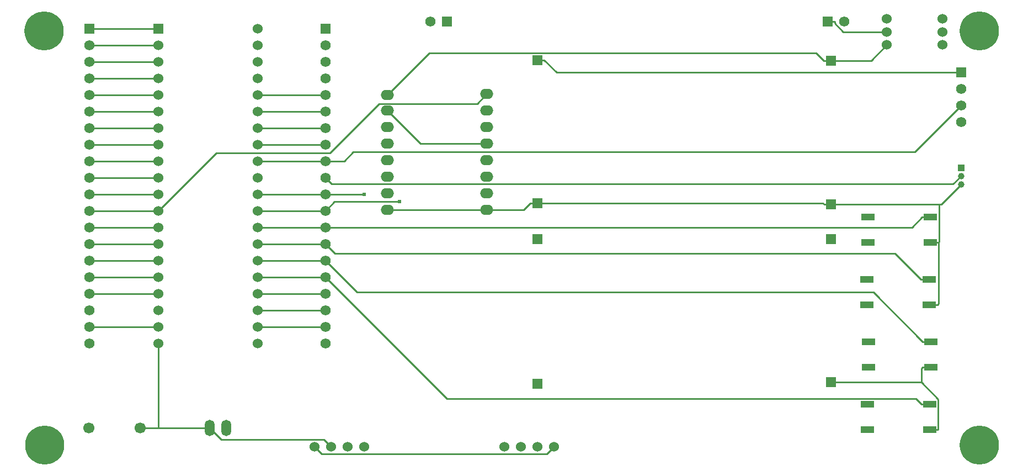
<source format=gtl>
G04 Layer: TopLayer*
G04 EasyEDA v6.5.28, 2023-05-24 19:42:16*
G04 Gerber Generator version 0.2*
G04 Scale: 100 percent, Rotated: No, Reflected: No *
G04 Dimensions in millimeters *
G04 leading zeros omitted , absolute positions ,4 integer and 5 decimal *
%FSLAX45Y45*%
%MOMM*%

%ADD10C,0.2540*%
%ADD11R,2.0000X1.0000*%
%ADD12C,6.0000*%
%ADD13C,1.4000*%
%ADD14C,1.7000*%
%ADD15C,1.5748*%
%ADD16R,1.5748X1.5748*%
%ADD17O,1.499997X2.4999949999999997*%
%ADD18C,1.5240*%
%ADD19R,1.5240X1.5240*%
%ADD20O,1.9999959999999999X1.5400019999999999*%
%ADD21R,1.0000X1.0000*%
%ADD22C,1.0000*%
%ADD23C,0.6096*%
%ADD24C,0.0123*%

%LPD*%
D10*
X2209800Y266697D02*
G01*
X1937004Y266697D01*
X2997200Y266697D02*
G01*
X2209800Y266697D01*
X2209800Y266697D02*
G01*
X2209800Y1562097D01*
X4864100Y-25402D02*
G01*
X4753356Y85341D01*
X3178556Y85341D01*
X2997200Y266697D01*
X5727700Y5130797D02*
G01*
X6235700Y4622797D01*
X7251700Y4622797D01*
X12534900Y3695697D02*
G01*
X12428194Y3695697D01*
X8026400Y3708397D02*
G01*
X12415494Y3708397D01*
X12428194Y3695697D01*
X7973059Y3708397D02*
G01*
X8026400Y3708397D01*
X7973059Y3708397D02*
G01*
X7919694Y3708397D01*
X14196390Y3695697D02*
G01*
X14196390Y3114875D01*
X14188490Y3106976D01*
X14196390Y3695697D02*
G01*
X14224508Y3695697D01*
X14529308Y4000497D01*
X12534900Y3695697D02*
G01*
X14196390Y3695697D01*
X8280400Y-25402D02*
G01*
X8170468Y-135333D01*
X4720031Y-135333D01*
X4610100Y-25402D01*
X13921816Y965197D02*
G01*
X14180159Y706854D01*
X14180159Y236903D01*
X14180032Y236776D01*
X12534900Y965197D02*
G01*
X13921816Y965197D01*
X13941043Y1193518D02*
G01*
X13921816Y1174290D01*
X13921816Y965197D01*
X14052067Y236776D02*
G01*
X14180032Y236776D01*
X14069009Y1193518D02*
G01*
X13941043Y1193518D01*
X14060525Y3106976D02*
G01*
X14188490Y3106976D01*
X14043609Y2150259D02*
G01*
X14171574Y2150259D01*
X14171574Y2150259D02*
G01*
X14188490Y2167176D01*
X14188490Y3106976D01*
X2209800Y1816097D02*
G01*
X1155700Y1816097D01*
X7251700Y3606797D02*
G01*
X7818094Y3606797D01*
X7919694Y3708397D01*
X5727700Y3606797D02*
G01*
X7251700Y3606797D01*
X3733800Y4610097D02*
G01*
X4775200Y4610097D01*
X12484100Y6494777D02*
G01*
X12590805Y6494777D01*
X13392607Y6337297D02*
G01*
X12721615Y6337297D01*
X12590805Y6468107D01*
X12590805Y6494777D01*
X12534900Y5892797D02*
G01*
X12428194Y5892797D01*
X5727700Y5372097D02*
G01*
X6367932Y6012329D01*
X12308662Y6012329D01*
X12428194Y5892797D01*
X13392607Y6137297D02*
G01*
X13148106Y5892797D01*
X12534900Y5892797D01*
X8026400Y5905497D02*
G01*
X8133105Y5905497D01*
X14528800Y5714997D02*
G01*
X8323605Y5714997D01*
X8133105Y5905497D01*
X3733800Y5372097D02*
G01*
X4775200Y5372097D01*
X3733800Y5118097D02*
G01*
X4775200Y5118097D01*
X5367654Y3846421D02*
G01*
X4776876Y3846421D01*
X4775200Y3848097D01*
X3733800Y3848097D02*
G01*
X4775200Y3848097D01*
X4775200Y3594097D02*
G01*
X4916093Y3734991D01*
X5917234Y3734991D01*
X3733800Y3594097D02*
G01*
X4775200Y3594097D01*
X2209800Y3594097D02*
G01*
X1155700Y3594097D01*
X7251700Y5384797D02*
G01*
X7103313Y5236410D01*
X5601766Y5236410D01*
X4848453Y4483097D01*
X3098800Y4483097D01*
X2209800Y3594097D01*
X2209800Y2578097D02*
G01*
X1155700Y2578097D01*
X2209800Y2324097D02*
G01*
X1155700Y2324097D01*
X3733800Y4864097D02*
G01*
X4775200Y4864097D01*
X14528800Y5206997D02*
G01*
X13819073Y4497270D01*
X5206187Y4497270D01*
X5065013Y4356097D01*
X4775200Y4356097D01*
X3733800Y4356097D02*
G01*
X4775200Y4356097D01*
X14060525Y3496993D02*
G01*
X13932560Y3496993D01*
X13932560Y3496993D02*
G01*
X13775664Y3340097D01*
X4775200Y3340097D01*
X3733800Y3340097D02*
G01*
X4775200Y3340097D01*
X14043609Y2540276D02*
G01*
X13915643Y2540276D01*
X13915643Y2540276D02*
G01*
X13516991Y2938929D01*
X4922367Y2938929D01*
X4775200Y3086097D01*
X3733800Y3086097D02*
G01*
X4775200Y3086097D01*
X14069009Y1583535D02*
G01*
X13941043Y1583535D01*
X13941043Y1583535D02*
G01*
X13181888Y2342690D01*
X5264607Y2342690D01*
X4775200Y2832097D01*
X3733800Y2832097D02*
G01*
X4775200Y2832097D01*
X14052067Y626793D02*
G01*
X13924102Y626793D01*
X13924102Y626793D02*
G01*
X13835735Y715159D01*
X6638137Y715159D01*
X4775200Y2578097D01*
X3733800Y2578097D02*
G01*
X4775200Y2578097D01*
X3733800Y2324097D02*
G01*
X4775200Y2324097D01*
X3733800Y2070097D02*
G01*
X4775200Y2070097D01*
X3733800Y1816097D02*
G01*
X4775200Y1816097D01*
X2209800Y6388097D02*
G01*
X1155700Y6388097D01*
X2209800Y6134097D02*
G01*
X1155700Y6134097D01*
X2209800Y5880097D02*
G01*
X1155700Y5880097D01*
X2209800Y5626097D02*
G01*
X1155700Y5626097D01*
X2209800Y5372097D02*
G01*
X1155700Y5372097D01*
X2209800Y5118097D02*
G01*
X1155700Y5118097D01*
X2209800Y4864097D02*
G01*
X1155700Y4864097D01*
X2209800Y4610097D02*
G01*
X1155700Y4610097D01*
X2209800Y4356097D02*
G01*
X1155700Y4356097D01*
X2209800Y4102097D02*
G01*
X1155700Y4102097D01*
X2209800Y3848097D02*
G01*
X1155700Y3848097D01*
X2209800Y3340097D02*
G01*
X1155700Y3340097D01*
X2209800Y3086097D02*
G01*
X1155700Y3086097D01*
X2209800Y2832097D02*
G01*
X1155700Y2832097D01*
X14529308Y4127497D02*
G01*
X14403908Y4002097D01*
X4875199Y4002097D01*
X4775200Y4102097D01*
D11*
G01*
X13092074Y626795D03*
G01*
X14052067Y626795D03*
G01*
X13092074Y236778D03*
G01*
X14052067Y236778D03*
G01*
X13108990Y1583537D03*
G01*
X14069009Y1583537D03*
G01*
X13108990Y1193520D03*
G01*
X14069009Y1193520D03*
G01*
X13083590Y2540279D03*
G01*
X14043609Y2540279D03*
G01*
X13083590Y2150262D03*
G01*
X14043609Y2150262D03*
G01*
X13100532Y3496995D03*
G01*
X14060525Y3496995D03*
G01*
X13100532Y3106978D03*
G01*
X14060525Y3106978D03*
D12*
G01*
X457200Y6350000D03*
D13*
G01*
X457200Y6579996D03*
G01*
X457200Y6120003D03*
G01*
X227203Y6350000D03*
G01*
X687196Y6350000D03*
G01*
X619912Y6512687D03*
G01*
X294512Y6187287D03*
G01*
X619912Y6187287D03*
G01*
X294512Y6512687D03*
D12*
G01*
X469900Y0D03*
D13*
G01*
X469900Y229996D03*
G01*
X469900Y-229996D03*
G01*
X239903Y0D03*
G01*
X699896Y0D03*
G01*
X632612Y162687D03*
G01*
X307212Y-162712D03*
G01*
X632612Y-162712D03*
G01*
X307212Y162687D03*
D12*
G01*
X14808200Y6350000D03*
D13*
G01*
X14808200Y6579996D03*
G01*
X14808200Y6120003D03*
G01*
X14578202Y6350000D03*
G01*
X15038197Y6350000D03*
G01*
X14970912Y6512687D03*
G01*
X14645513Y6187287D03*
G01*
X14970912Y6187287D03*
G01*
X14645513Y6512687D03*
D12*
G01*
X14808200Y0D03*
D13*
G01*
X14808200Y229996D03*
G01*
X14808200Y-229996D03*
G01*
X14578202Y0D03*
G01*
X15038197Y0D03*
G01*
X14970912Y162687D03*
G01*
X14645513Y-162712D03*
G01*
X14970912Y-162712D03*
G01*
X14645513Y162687D03*
D14*
G01*
X1147038Y266700D03*
G01*
X1937004Y266700D03*
D15*
G01*
X1155700Y1562100D03*
G01*
X1155700Y1816100D03*
G01*
X1155700Y2070100D03*
G01*
X1155700Y2324100D03*
G01*
X1155700Y2578100D03*
G01*
X1155700Y2832100D03*
G01*
X1155700Y3086100D03*
G01*
X1155700Y3340100D03*
G01*
X1155700Y3594100D03*
G01*
X1155700Y3848100D03*
G01*
X1155700Y4102100D03*
G01*
X1155700Y4356100D03*
G01*
X1155700Y4610100D03*
G01*
X1155700Y4864100D03*
G01*
X1155700Y5118100D03*
G01*
X1155700Y5372100D03*
G01*
X1155700Y5626100D03*
G01*
X1155700Y5880100D03*
G01*
X1155700Y6134100D03*
D16*
G01*
X1155700Y6388100D03*
D15*
G01*
X4775200Y1562100D03*
G01*
X4775200Y1816100D03*
G01*
X4775200Y2070100D03*
G01*
X4775200Y2324100D03*
G01*
X4775200Y2578100D03*
G01*
X4775200Y2832100D03*
G01*
X4775200Y3086100D03*
G01*
X4775200Y3340100D03*
G01*
X4775200Y3594100D03*
G01*
X4775200Y3848100D03*
G01*
X4775200Y4102100D03*
G01*
X4775200Y4356100D03*
G01*
X4775200Y4610100D03*
G01*
X4775200Y4864100D03*
G01*
X4775200Y5118100D03*
G01*
X4775200Y5372100D03*
G01*
X4775200Y5626100D03*
G01*
X4775200Y5880100D03*
G01*
X4775200Y6134100D03*
D16*
G01*
X4775200Y6388100D03*
G01*
X12484100Y6494779D03*
D15*
G01*
X12738100Y6494779D03*
D16*
G01*
X6642100Y6497320D03*
D15*
G01*
X6388100Y6497320D03*
D16*
G01*
X14528800Y5715000D03*
D15*
G01*
X14528800Y5461000D03*
G01*
X14528800Y5207000D03*
G01*
X14528800Y4953000D03*
D16*
G01*
X12534900Y5892800D03*
G01*
X12534900Y3695700D03*
G01*
X8026400Y5905500D03*
G01*
X8026400Y3708400D03*
G01*
X8026400Y939800D03*
G01*
X8026400Y3162300D03*
G01*
X12534900Y965200D03*
G01*
X12534900Y3162300D03*
D17*
G01*
X3251200Y266700D03*
G01*
X2997200Y266700D03*
D18*
G01*
X13392607Y6537299D03*
G01*
X13392607Y6337300D03*
G01*
X13392607Y6137300D03*
G01*
X14242592Y6537274D03*
G01*
X14242592Y6337274D03*
G01*
X14242592Y6137275D03*
G01*
X2209800Y4102100D03*
G01*
X2209800Y2578100D03*
G01*
X2209800Y2832100D03*
G01*
X2209800Y3086100D03*
G01*
X2209800Y3340100D03*
G01*
X2209800Y3594100D03*
G01*
X2209800Y3848100D03*
G01*
X2209800Y4356100D03*
G01*
X2209800Y4610100D03*
G01*
X2209800Y4864100D03*
G01*
X2209800Y5118100D03*
G01*
X2209800Y5372100D03*
G01*
X2209800Y5626100D03*
G01*
X2209800Y5880100D03*
G01*
X2209800Y6134100D03*
D19*
G01*
X2209800Y6388100D03*
D18*
G01*
X2209800Y1562100D03*
G01*
X2209800Y1816100D03*
G01*
X2209800Y2070100D03*
G01*
X2209800Y2324100D03*
G01*
X3733800Y4102100D03*
G01*
X3733800Y2578100D03*
G01*
X3733800Y2832100D03*
G01*
X3733800Y3086100D03*
G01*
X3733800Y3340100D03*
G01*
X3733800Y3594100D03*
G01*
X3733800Y3848100D03*
G01*
X3733800Y4356100D03*
G01*
X3733800Y4610100D03*
G01*
X3733800Y4864100D03*
G01*
X3733800Y5118100D03*
G01*
X3733800Y5372100D03*
G01*
X3733800Y5626100D03*
G01*
X3733800Y5880100D03*
G01*
X3733800Y6134100D03*
G01*
X3733800Y6388100D03*
G01*
X3733800Y1562100D03*
G01*
X3733800Y1816100D03*
G01*
X3733800Y2070100D03*
G01*
X3733800Y2324100D03*
D20*
G01*
X7251700Y5384800D03*
G01*
X7251700Y5130800D03*
G01*
X7251700Y4876800D03*
G01*
X7251700Y4622800D03*
G01*
X7251700Y4368800D03*
G01*
X7251700Y4114800D03*
G01*
X7251700Y3860800D03*
G01*
X7251700Y3606800D03*
G01*
X5727700Y5372100D03*
G01*
X5727700Y5130800D03*
G01*
X5727700Y4876800D03*
G01*
X5727700Y4622800D03*
G01*
X5727700Y4368800D03*
G01*
X5727700Y4114800D03*
G01*
X5727700Y3860800D03*
G01*
X5727700Y3606800D03*
D18*
G01*
X4610100Y-25400D03*
G01*
X4864100Y-25400D03*
G01*
X5118100Y-25400D03*
G01*
X5372100Y-25400D03*
G01*
X7518400Y-25400D03*
G01*
X7772400Y-25400D03*
G01*
X8026400Y-25400D03*
G01*
X8280400Y-25400D03*
D21*
G01*
X14529308Y4254500D03*
D22*
G01*
X14529308Y4127500D03*
G01*
X14529308Y4000500D03*
D23*
G01*
X5367654Y3846423D03*
G01*
X5917234Y3734993D03*
M02*

</source>
